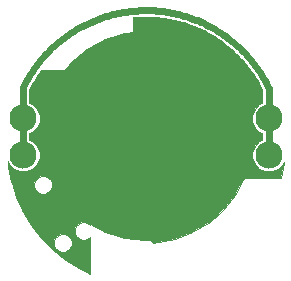
<source format=gbr>
G04 #@! TF.GenerationSoftware,KiCad,Pcbnew,6.0.0-rc1-unknown-181ce46~66~ubuntu18.04.1*
G04 #@! TF.CreationDate,2018-09-11T11:27:27+02:00*
G04 #@! TF.ProjectId,weather,776561746865722E6B696361645F7063,1.0*
G04 #@! TF.SameCoordinates,Original*
G04 #@! TF.FileFunction,Copper,L2,Bot,Signal*
G04 #@! TF.FilePolarity,Positive*
%FSLAX46Y46*%
G04 Gerber Fmt 4.6, Leading zero omitted, Abs format (unit mm)*
G04 Created by KiCad (PCBNEW 6.0.0-rc1-unknown-181ce46~66~ubuntu18.04.1) date Tue Sep 11 11:27:27 2018*
%MOMM*%
%LPD*%
G01*
G04 APERTURE LIST*
G04 #@! TA.AperFunction,ComponentPad*
%ADD10C,2.000000*%
G04 #@! TD*
G04 #@! TA.AperFunction,ComponentPad*
%ADD11C,2.300000*%
G04 #@! TD*
G04 #@! TA.AperFunction,BGAPad,CuDef*
%ADD12C,17.800000*%
G04 #@! TD*
G04 #@! TA.AperFunction,ViaPad*
%ADD13C,0.800000*%
G04 #@! TD*
G04 #@! TA.AperFunction,Conductor*
%ADD14C,0.600000*%
G04 #@! TD*
G04 #@! TA.AperFunction,Conductor*
%ADD15C,0.100000*%
G04 #@! TD*
G04 APERTURE END LIST*
D10*
G04 #@! TO.P,TP1,1*
G04 #@! TO.N,GNDREF*
X120525000Y-76275000D03*
G04 #@! TD*
D11*
G04 #@! TO.P,BT1,1*
G04 #@! TO.N,+BATT*
X101770000Y-74700000D03*
X101770000Y-77800000D03*
X122570000Y-77800000D03*
X122570000Y-74700000D03*
D12*
G04 #@! TO.P,BT1,2*
G04 #@! TO.N,GNDREF*
X112170000Y-76200000D03*
G04 #@! TD*
D13*
G04 #@! TO.N,GNDREF*
X107075000Y-81325000D03*
X107075000Y-85400000D03*
X107075000Y-83050000D03*
X111625000Y-80000000D03*
X118975000Y-81450000D03*
X117600000Y-82875000D03*
X115425000Y-84200000D03*
X112950000Y-84800000D03*
X111625000Y-83500000D03*
X108425000Y-75675000D03*
X110875000Y-73250000D03*
X108425000Y-73300000D03*
X110825000Y-75700000D03*
X114500000Y-74475000D03*
X113400000Y-77700000D03*
X120000000Y-79800000D03*
X111625000Y-81800000D03*
X116400000Y-81900000D03*
X114200000Y-80200000D03*
X114550000Y-71400000D03*
X118200000Y-72900000D03*
X118225000Y-70100000D03*
X115750000Y-69300000D03*
X109600000Y-74500000D03*
X107075000Y-87050000D03*
X121700000Y-79350000D03*
X107100000Y-79675000D03*
X105150000Y-77100000D03*
X113300000Y-68175000D03*
G04 #@! TD*
D14*
G04 #@! TO.N,+BATT*
X102981794Y-70099624D02*
X102856337Y-70267735D01*
X103513875Y-69450507D02*
X103376450Y-69609117D01*
X103654148Y-69294447D02*
X103513875Y-69450507D01*
X103797289Y-69140914D02*
X103654148Y-69294447D01*
X103943133Y-68990086D02*
X103797289Y-69140914D01*
X104091687Y-68841950D02*
X103943133Y-68990086D01*
X104243010Y-68696452D02*
X104091687Y-68841950D01*
X104396894Y-68553793D02*
X104243010Y-68696452D01*
X104553348Y-68413962D02*
X104396894Y-68553793D01*
X104712342Y-68276986D02*
X104553348Y-68413962D01*
X105037642Y-68011866D02*
X104873817Y-68142920D01*
X105203919Y-67883747D02*
X105037642Y-68011866D01*
X105372431Y-67758729D02*
X105203919Y-67883747D01*
X102066297Y-71505034D02*
X101966537Y-71689652D01*
X106611940Y-66972191D02*
X106428853Y-67074797D01*
X102169376Y-71322310D02*
X102066297Y-71505034D01*
X106796822Y-66872961D02*
X106611940Y-66972191D01*
X102275825Y-71141395D02*
X102169376Y-71322310D01*
X106983529Y-66777088D02*
X106796822Y-66872961D01*
X102614586Y-70610849D02*
X102498450Y-70785632D01*
X107553617Y-66510124D02*
X107361959Y-66595654D01*
X102733892Y-70438203D02*
X102614586Y-70610849D01*
X107746765Y-66428113D02*
X107553617Y-66510124D01*
X102856337Y-70267735D02*
X102733892Y-70438203D01*
X107941373Y-66349635D02*
X107746765Y-66428113D01*
X108334772Y-66203351D02*
X108137374Y-66274714D01*
X108533376Y-66135617D02*
X108334772Y-66203351D01*
X108733193Y-66071506D02*
X108533376Y-66135617D01*
X109339155Y-65901157D02*
X109136177Y-65954250D01*
X109543178Y-65851743D02*
X109339155Y-65901157D01*
X118747271Y-67625328D02*
X118574063Y-67506796D01*
X112248327Y-65552589D02*
X112038574Y-65552771D01*
X118918304Y-67747003D02*
X118747271Y-67625328D01*
X112458178Y-65556230D02*
X112248327Y-65552589D01*
X104873817Y-68142920D02*
X104712342Y-68276986D01*
X112877434Y-65574967D02*
X112667884Y-65563689D01*
X101770000Y-72079411D02*
X101770000Y-73073655D01*
X105891286Y-67402337D02*
X105716240Y-67517938D01*
X119417613Y-68130352D02*
X119253492Y-67999528D01*
X101777176Y-72064201D02*
X101770000Y-72079411D01*
X106068512Y-67289877D02*
X105891286Y-67402337D01*
X119579255Y-68264086D02*
X119417613Y-68130352D01*
X106247682Y-67180709D02*
X106068512Y-67289877D01*
X119738523Y-68400817D02*
X119579255Y-68264086D01*
X119895187Y-68540349D02*
X119738523Y-68400817D01*
X111409537Y-65576236D02*
X111200230Y-65591692D01*
X120349748Y-68975899D02*
X120200831Y-68827913D01*
X111619001Y-65564599D02*
X111409537Y-65576236D01*
X120495860Y-69126480D02*
X120349748Y-68975899D01*
X101770000Y-73073655D02*
X101770000Y-74700000D01*
X105716240Y-67517938D02*
X105543194Y-67636800D01*
X119253492Y-67999528D02*
X119087025Y-67871722D01*
X122521001Y-72046222D02*
X122427694Y-71858237D01*
X111828771Y-65556774D02*
X111619001Y-65564599D01*
X120639246Y-69279744D02*
X120495860Y-69126480D01*
X122570000Y-74700000D02*
X122570000Y-72149629D01*
X120779737Y-69435502D02*
X120639246Y-69279744D01*
X120917484Y-69593927D02*
X120779737Y-69435502D01*
X115953305Y-66196767D02*
X115754500Y-66129348D01*
X122230898Y-71487538D02*
X122127458Y-71304914D01*
X111200230Y-65591692D02*
X110991222Y-65610960D01*
X120200831Y-68827913D02*
X120049383Y-68682801D01*
X122127458Y-71304914D02*
X122020788Y-71124339D01*
X105543194Y-67636800D02*
X105372431Y-67758729D01*
X119087025Y-67871722D02*
X118918304Y-67747003D01*
X122570000Y-72149629D02*
X122521001Y-72046222D01*
X112667884Y-65563689D02*
X112458178Y-65556230D01*
X122427694Y-71858237D02*
X122331004Y-71672028D01*
X122331004Y-71672028D02*
X122230898Y-71487538D01*
X109136177Y-65954250D02*
X108934140Y-66011046D01*
X116926773Y-66587378D02*
X116842626Y-66550000D01*
X114127250Y-65722511D02*
X113920183Y-65688449D01*
X118041989Y-67170460D02*
X117860641Y-67064865D01*
X121438729Y-70251634D02*
X121312954Y-70083705D01*
X116150677Y-66267733D02*
X116149206Y-66267204D01*
X120049383Y-68682801D02*
X119895187Y-68540349D01*
X115151438Y-65949042D02*
X114948312Y-65896287D01*
X121052292Y-69754798D02*
X120917484Y-69593927D01*
X121184055Y-69917982D02*
X121052292Y-69754798D01*
X121910741Y-70945562D02*
X121797520Y-70768920D01*
X118398823Y-67391502D02*
X118221409Y-67279354D01*
X121681045Y-70594284D02*
X121561471Y-70421889D01*
X118221409Y-67279354D02*
X118041989Y-67170460D01*
X121561471Y-70421889D02*
X121438729Y-70251634D01*
X108137374Y-66274714D02*
X107941373Y-66349635D01*
X116346871Y-66342336D02*
X116150677Y-66267733D01*
X117860641Y-67064865D02*
X117677443Y-66962615D01*
X121312954Y-70083705D02*
X121184055Y-69917982D01*
X109747924Y-65806084D02*
X109543178Y-65851743D01*
X116149206Y-66267204D02*
X115953305Y-66196767D01*
X117492349Y-66863684D02*
X117305480Y-66768138D01*
X110782719Y-65634017D02*
X110574552Y-65660883D01*
X122020788Y-71124339D02*
X121910741Y-70945562D01*
X117305480Y-66768138D02*
X117116982Y-66676049D01*
X110574552Y-65660883D02*
X110366908Y-65691535D01*
X117116982Y-66676049D02*
X116926773Y-66587378D01*
X110366908Y-65691535D02*
X110159937Y-65725951D01*
X108934140Y-66011046D02*
X108733193Y-66071506D01*
X116842626Y-66550000D02*
X116782790Y-66550000D01*
X113920183Y-65688449D02*
X113712542Y-65658165D01*
X103376450Y-69609117D02*
X103241934Y-69770205D01*
X116782790Y-66550000D02*
X116734971Y-66502181D01*
X103241934Y-69770205D02*
X103110385Y-69933704D01*
X116734971Y-66502181D02*
X116541665Y-66420498D01*
X103110385Y-69933704D02*
X102981794Y-70099624D01*
X116541665Y-66420498D02*
X116346871Y-66342336D01*
X102498450Y-70785632D02*
X102385540Y-70962464D01*
X107361959Y-66595654D02*
X107171935Y-66684640D01*
X115754500Y-66129348D02*
X115554623Y-66065599D01*
X102385540Y-70962464D02*
X102275825Y-71141395D01*
X107171935Y-66684640D02*
X106983529Y-66777088D01*
X115554623Y-66065599D02*
X115353584Y-66005492D01*
X115353584Y-66005492D02*
X115151438Y-65949042D01*
X114948312Y-65896287D02*
X114744265Y-65847242D01*
X101966537Y-71689652D02*
X101870143Y-71876080D01*
X106428853Y-67074797D02*
X106247682Y-67180709D01*
X114744265Y-65847242D02*
X114539378Y-65801925D01*
X101870143Y-71876080D02*
X101777176Y-72064201D01*
X114539378Y-65801925D02*
X114333685Y-65760343D01*
X114333685Y-65760343D02*
X114127250Y-65722511D01*
X113712542Y-65658165D02*
X113504331Y-65631661D01*
X110159937Y-65725951D02*
X109953623Y-65764130D01*
X113504331Y-65631661D02*
X113295731Y-65608958D01*
X109953623Y-65764130D02*
X109747924Y-65806084D01*
X113295731Y-65608958D02*
X113086764Y-65590060D01*
X118574063Y-67506796D02*
X118398823Y-67391502D01*
X121797520Y-70768920D02*
X121681045Y-70594284D01*
X113086764Y-65590060D02*
X112877434Y-65574967D01*
X117677443Y-66962615D02*
X117492349Y-66863684D01*
X112038574Y-65552771D02*
X111828771Y-65556774D01*
X110991222Y-65610960D02*
X110782719Y-65634017D01*
X101770000Y-74700000D02*
X101770000Y-77800000D01*
X122570000Y-74700000D02*
X122570000Y-77800000D01*
G04 #@! TD*
D15*
G04 #@! TO.N,GNDREF*
G36*
X112443632Y-66106060D02*
X112643324Y-66113162D01*
X112842871Y-66123902D01*
X113042222Y-66138276D01*
X113241193Y-66156270D01*
X113439846Y-66177890D01*
X113638107Y-66203127D01*
X113835845Y-66231967D01*
X114033057Y-66264408D01*
X114229626Y-66300432D01*
X114425507Y-66340031D01*
X114620583Y-66383178D01*
X114814915Y-66429888D01*
X115008339Y-66480124D01*
X115200852Y-66533883D01*
X115392326Y-66591131D01*
X115582613Y-66651822D01*
X115771933Y-66716025D01*
X115959883Y-66783603D01*
X116146718Y-66854648D01*
X116332207Y-66929077D01*
X116408205Y-66961190D01*
X116568191Y-67068089D01*
X116721770Y-67098638D01*
X116880111Y-67172453D01*
X117059530Y-67260106D01*
X117237493Y-67351099D01*
X117413752Y-67445307D01*
X117588227Y-67542688D01*
X117760920Y-67643244D01*
X117931766Y-67746934D01*
X118100695Y-67853718D01*
X118267584Y-67963518D01*
X118432503Y-68076377D01*
X118595393Y-68192259D01*
X118756071Y-68311033D01*
X118914583Y-68432731D01*
X119070864Y-68557306D01*
X119224796Y-68684661D01*
X119376477Y-68814879D01*
X119525622Y-68947714D01*
X119672475Y-69083381D01*
X119816687Y-69221559D01*
X119958513Y-69362499D01*
X120097647Y-69505889D01*
X120234190Y-69651837D01*
X120367966Y-69800151D01*
X120499153Y-69951031D01*
X120627517Y-70104212D01*
X120752992Y-70259609D01*
X120875737Y-70417420D01*
X120995506Y-70577329D01*
X121112398Y-70739471D01*
X121226255Y-70903622D01*
X121337176Y-71069931D01*
X121444981Y-71238123D01*
X121549771Y-71408360D01*
X121651364Y-71580339D01*
X121749861Y-71754235D01*
X121845189Y-71929920D01*
X121937271Y-72107254D01*
X122020001Y-72273929D01*
X122020001Y-73412468D01*
X121776963Y-73513137D01*
X121383137Y-73906963D01*
X121170000Y-74421523D01*
X121170000Y-74978477D01*
X121383137Y-75493037D01*
X121776963Y-75886863D01*
X122020000Y-75987532D01*
X122020001Y-76512468D01*
X121776963Y-76613137D01*
X121383137Y-77006963D01*
X121170000Y-77521523D01*
X121170000Y-78078477D01*
X121383137Y-78593037D01*
X121776963Y-78986863D01*
X122291523Y-79200000D01*
X122848477Y-79200000D01*
X123363037Y-78986863D01*
X123756863Y-78593037D01*
X123832241Y-78411057D01*
X123781328Y-78916677D01*
X123600396Y-79750000D01*
X120500000Y-79750000D01*
X120484189Y-79752566D01*
X120467240Y-79762227D01*
X120455279Y-79777639D01*
X119757959Y-81172279D01*
X118663948Y-82465201D01*
X117570192Y-83459525D01*
X115878669Y-84454538D01*
X114636807Y-84901608D01*
X112816669Y-85245959D01*
X111250000Y-83679290D01*
X111250000Y-77500000D01*
X111246194Y-77480866D01*
X111235355Y-77464645D01*
X111219134Y-77453806D01*
X111200000Y-77450000D01*
X107500000Y-77450000D01*
X107480866Y-77453806D01*
X107464645Y-77464645D01*
X107453806Y-77480866D01*
X107450000Y-77500000D01*
X107450000Y-83737810D01*
X107322060Y-83609870D01*
X107048131Y-83496405D01*
X106751633Y-83496405D01*
X106477704Y-83609870D01*
X106268047Y-83819527D01*
X106154582Y-84093456D01*
X106154582Y-84389954D01*
X106268047Y-84663883D01*
X106477704Y-84873540D01*
X106751633Y-84987005D01*
X107048131Y-84987005D01*
X107322060Y-84873540D01*
X107450000Y-84745600D01*
X107450000Y-87860944D01*
X106356219Y-87321551D01*
X105233542Y-86599421D01*
X104199829Y-85754842D01*
X103571122Y-85109456D01*
X104394818Y-85109456D01*
X104394818Y-85405954D01*
X104508283Y-85679883D01*
X104717940Y-85889540D01*
X104991869Y-86003005D01*
X105288367Y-86003005D01*
X105562296Y-85889540D01*
X105771953Y-85679883D01*
X105885418Y-85405954D01*
X105885418Y-85109456D01*
X105771953Y-84835527D01*
X105562296Y-84625870D01*
X105288367Y-84512405D01*
X104991869Y-84512405D01*
X104717940Y-84625870D01*
X104508283Y-84835527D01*
X104394818Y-85109456D01*
X103571122Y-85109456D01*
X103268370Y-84798673D01*
X102451140Y-83743205D01*
X101758645Y-82602010D01*
X101199789Y-81389757D01*
X100808142Y-80202046D01*
X102734700Y-80202046D01*
X102734700Y-80498544D01*
X102848165Y-80772473D01*
X103057822Y-80982130D01*
X103331751Y-81095595D01*
X103628249Y-81095595D01*
X103902178Y-80982130D01*
X104111835Y-80772473D01*
X104225300Y-80498544D01*
X104225300Y-80202046D01*
X104111835Y-79928117D01*
X103902178Y-79718460D01*
X103628249Y-79604995D01*
X103331751Y-79604995D01*
X103057822Y-79718460D01*
X102848165Y-79928117D01*
X102734700Y-80202046D01*
X100808142Y-80202046D01*
X100781757Y-80122033D01*
X100509921Y-78815135D01*
X100462823Y-78302573D01*
X100583137Y-78593037D01*
X100976963Y-78986863D01*
X101491523Y-79200000D01*
X102048477Y-79200000D01*
X102563037Y-78986863D01*
X102956863Y-78593037D01*
X103170000Y-78078477D01*
X103170000Y-77521523D01*
X102956863Y-77006963D01*
X102563037Y-76613137D01*
X102320000Y-76512468D01*
X102320000Y-75987532D01*
X102563037Y-75886863D01*
X102956863Y-75493037D01*
X103170000Y-74978477D01*
X103170000Y-74421523D01*
X102956863Y-73906963D01*
X102563037Y-73513137D01*
X102320000Y-73412468D01*
X102320000Y-72207205D01*
X102360993Y-72124255D01*
X102452795Y-71946708D01*
X102547796Y-71770897D01*
X102645940Y-71596921D01*
X102747338Y-71424590D01*
X102851810Y-71254211D01*
X102959309Y-71085854D01*
X103069908Y-70919405D01*
X103183499Y-70755028D01*
X103276896Y-70625000D01*
X111025000Y-70625000D01*
X111044134Y-70621194D01*
X111060355Y-70610355D01*
X111071194Y-70594134D01*
X111075000Y-70575000D01*
X111075000Y-66155568D01*
X111245721Y-66139830D01*
X111445025Y-66125113D01*
X111644499Y-66114030D01*
X111844266Y-66106578D01*
X112044074Y-66102766D01*
X112243783Y-66102592D01*
X112443632Y-66106060D01*
X112443632Y-66106060D01*
G37*
X112443632Y-66106060D02*
X112643324Y-66113162D01*
X112842871Y-66123902D01*
X113042222Y-66138276D01*
X113241193Y-66156270D01*
X113439846Y-66177890D01*
X113638107Y-66203127D01*
X113835845Y-66231967D01*
X114033057Y-66264408D01*
X114229626Y-66300432D01*
X114425507Y-66340031D01*
X114620583Y-66383178D01*
X114814915Y-66429888D01*
X115008339Y-66480124D01*
X115200852Y-66533883D01*
X115392326Y-66591131D01*
X115582613Y-66651822D01*
X115771933Y-66716025D01*
X115959883Y-66783603D01*
X116146718Y-66854648D01*
X116332207Y-66929077D01*
X116408205Y-66961190D01*
X116568191Y-67068089D01*
X116721770Y-67098638D01*
X116880111Y-67172453D01*
X117059530Y-67260106D01*
X117237493Y-67351099D01*
X117413752Y-67445307D01*
X117588227Y-67542688D01*
X117760920Y-67643244D01*
X117931766Y-67746934D01*
X118100695Y-67853718D01*
X118267584Y-67963518D01*
X118432503Y-68076377D01*
X118595393Y-68192259D01*
X118756071Y-68311033D01*
X118914583Y-68432731D01*
X119070864Y-68557306D01*
X119224796Y-68684661D01*
X119376477Y-68814879D01*
X119525622Y-68947714D01*
X119672475Y-69083381D01*
X119816687Y-69221559D01*
X119958513Y-69362499D01*
X120097647Y-69505889D01*
X120234190Y-69651837D01*
X120367966Y-69800151D01*
X120499153Y-69951031D01*
X120627517Y-70104212D01*
X120752992Y-70259609D01*
X120875737Y-70417420D01*
X120995506Y-70577329D01*
X121112398Y-70739471D01*
X121226255Y-70903622D01*
X121337176Y-71069931D01*
X121444981Y-71238123D01*
X121549771Y-71408360D01*
X121651364Y-71580339D01*
X121749861Y-71754235D01*
X121845189Y-71929920D01*
X121937271Y-72107254D01*
X122020001Y-72273929D01*
X122020001Y-73412468D01*
X121776963Y-73513137D01*
X121383137Y-73906963D01*
X121170000Y-74421523D01*
X121170000Y-74978477D01*
X121383137Y-75493037D01*
X121776963Y-75886863D01*
X122020000Y-75987532D01*
X122020001Y-76512468D01*
X121776963Y-76613137D01*
X121383137Y-77006963D01*
X121170000Y-77521523D01*
X121170000Y-78078477D01*
X121383137Y-78593037D01*
X121776963Y-78986863D01*
X122291523Y-79200000D01*
X122848477Y-79200000D01*
X123363037Y-78986863D01*
X123756863Y-78593037D01*
X123832241Y-78411057D01*
X123781328Y-78916677D01*
X123600396Y-79750000D01*
X120500000Y-79750000D01*
X120484189Y-79752566D01*
X120467240Y-79762227D01*
X120455279Y-79777639D01*
X119757959Y-81172279D01*
X118663948Y-82465201D01*
X117570192Y-83459525D01*
X115878669Y-84454538D01*
X114636807Y-84901608D01*
X112816669Y-85245959D01*
X111250000Y-83679290D01*
X111250000Y-77500000D01*
X111246194Y-77480866D01*
X111235355Y-77464645D01*
X111219134Y-77453806D01*
X111200000Y-77450000D01*
X107500000Y-77450000D01*
X107480866Y-77453806D01*
X107464645Y-77464645D01*
X107453806Y-77480866D01*
X107450000Y-77500000D01*
X107450000Y-83737810D01*
X107322060Y-83609870D01*
X107048131Y-83496405D01*
X106751633Y-83496405D01*
X106477704Y-83609870D01*
X106268047Y-83819527D01*
X106154582Y-84093456D01*
X106154582Y-84389954D01*
X106268047Y-84663883D01*
X106477704Y-84873540D01*
X106751633Y-84987005D01*
X107048131Y-84987005D01*
X107322060Y-84873540D01*
X107450000Y-84745600D01*
X107450000Y-87860944D01*
X106356219Y-87321551D01*
X105233542Y-86599421D01*
X104199829Y-85754842D01*
X103571122Y-85109456D01*
X104394818Y-85109456D01*
X104394818Y-85405954D01*
X104508283Y-85679883D01*
X104717940Y-85889540D01*
X104991869Y-86003005D01*
X105288367Y-86003005D01*
X105562296Y-85889540D01*
X105771953Y-85679883D01*
X105885418Y-85405954D01*
X105885418Y-85109456D01*
X105771953Y-84835527D01*
X105562296Y-84625870D01*
X105288367Y-84512405D01*
X104991869Y-84512405D01*
X104717940Y-84625870D01*
X104508283Y-84835527D01*
X104394818Y-85109456D01*
X103571122Y-85109456D01*
X103268370Y-84798673D01*
X102451140Y-83743205D01*
X101758645Y-82602010D01*
X101199789Y-81389757D01*
X100808142Y-80202046D01*
X102734700Y-80202046D01*
X102734700Y-80498544D01*
X102848165Y-80772473D01*
X103057822Y-80982130D01*
X103331751Y-81095595D01*
X103628249Y-81095595D01*
X103902178Y-80982130D01*
X104111835Y-80772473D01*
X104225300Y-80498544D01*
X104225300Y-80202046D01*
X104111835Y-79928117D01*
X103902178Y-79718460D01*
X103628249Y-79604995D01*
X103331751Y-79604995D01*
X103057822Y-79718460D01*
X102848165Y-79928117D01*
X102734700Y-80202046D01*
X100808142Y-80202046D01*
X100781757Y-80122033D01*
X100509921Y-78815135D01*
X100462823Y-78302573D01*
X100583137Y-78593037D01*
X100976963Y-78986863D01*
X101491523Y-79200000D01*
X102048477Y-79200000D01*
X102563037Y-78986863D01*
X102956863Y-78593037D01*
X103170000Y-78078477D01*
X103170000Y-77521523D01*
X102956863Y-77006963D01*
X102563037Y-76613137D01*
X102320000Y-76512468D01*
X102320000Y-75987532D01*
X102563037Y-75886863D01*
X102956863Y-75493037D01*
X103170000Y-74978477D01*
X103170000Y-74421523D01*
X102956863Y-73906963D01*
X102563037Y-73513137D01*
X102320000Y-73412468D01*
X102320000Y-72207205D01*
X102360993Y-72124255D01*
X102452795Y-71946708D01*
X102547796Y-71770897D01*
X102645940Y-71596921D01*
X102747338Y-71424590D01*
X102851810Y-71254211D01*
X102959309Y-71085854D01*
X103069908Y-70919405D01*
X103183499Y-70755028D01*
X103276896Y-70625000D01*
X111025000Y-70625000D01*
X111044134Y-70621194D01*
X111060355Y-70610355D01*
X111071194Y-70594134D01*
X111075000Y-70575000D01*
X111075000Y-66155568D01*
X111245721Y-66139830D01*
X111445025Y-66125113D01*
X111644499Y-66114030D01*
X111844266Y-66106578D01*
X112044074Y-66102766D01*
X112243783Y-66102592D01*
X112443632Y-66106060D01*
G04 #@! TD*
M02*

</source>
